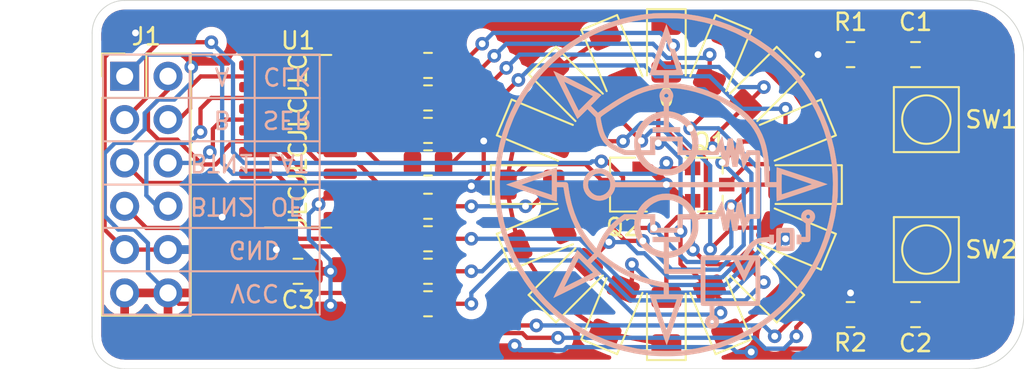
<source format=kicad_pcb>
(kicad_pcb (version 20171130) (host pcbnew 5.1.9-73d0e3b20d~88~ubuntu20.04.1)
  (layers (0 F.Cu signal) (31 B.Cu signal) (34 B.Paste user) (35 F.Paste user) (36 B.SilkS user) (37 F.SilkS user) (38 B.Mask user) (39 F.Mask user) (44 Edge.Cuts user))
  (net 0 "")
  (net 1 VCC)
  (net 2 BTN1)
  (net 3 BTN2)
  (net 4 GND)
  (net 5 "Net-(D1-Pad1)")
  (net 6 "Net-(D1-Pad2)")
  (net 7 "Net-(D10-Pad2)")
  (net 8 "Net-(D11-Pad2)")
  (net 9 "Net-(D12-Pad2)")
  (net 10 "Net-(D13-Pad2)")
  (net 11 "Net-(D14-Pad2)")
  (net 12 "Net-(D15-Pad2)")
  (net 13 "Net-(D16-Pad2)")
  (net 14 "Net-(D10-Pad1)")
  (net 15 A)
  (net 16 CLK)
  (net 17 B)
  (net 18 SER)
  (net 19 LAT)
  (net 20 OE)
  (net 21 LED1)
  (net 22 LED2)
  (net 23 LED3)
  (net 24 LED4)
  (net 25 LED5)
  (net 26 LED6)
  (net 27 LED7)
  (net 28 LED8)
  (net 29 "Net-(U1-Pad9)")
  (module silkscreen:sigil (layer B.Cu) (at 101.6 67.31 270)
    (fp_text reference G*** hide)
    (fp_text value LOGO hide)
  )
  (module Capacitor_SMD:C_0805_2012Metric (layer F.Cu) (at 116.205 59.69 180)
    (fp_text reference C1 (at 0 1.905) (layer F.SilkS))
    (fp_text value 100n)
    (pad 1 smd roundrect (at -0.95 0 180) (size 1 1.45) (layers F.Cu F.Paste F.Mask) (net 1 VCC))
    (pad 2 smd roundrect (at 0.95 0 180) (size 1 1.45) (layers F.Cu F.Paste F.Mask) (net 2 BTN1))
  )
  (module Capacitor_SMD:C_0805_2012Metric (layer F.Cu) (at 116.205 74.93 180)
    (fp_text reference C2 (at 0 -1.68) (layer F.SilkS))
    (fp_text value 100n)
    (pad 2 smd roundrect (at 0.95 0 180) (size 1 1.45) (layers F.Cu F.Paste F.Mask) (net 3 BTN2))
    (pad 1 smd roundrect (at -0.95 0 180) (size 1 1.45) (layers F.Cu F.Paste F.Mask) (net 1 VCC))
  )
  (module Capacitor_SMD:C_0805_2012Metric (layer F.Cu) (at 80.01 72.39 180)
    (fp_text reference C3 (at 0 -1.68) (layer F.SilkS))
    (fp_text value 100n)
    (pad 1 smd roundrect (at -0.95 0 180) (size 1 1.45) (layers F.Cu F.Paste F.Mask) (net 1 VCC))
    (pad 2 smd roundrect (at 0.95 0 180) (size 1 1.45) (layers F.Cu F.Paste F.Mask) (net 4 GND))
  )
  (module LED_SMD:LED_1206_3216Metric (layer F.Cu) (at 101.6 59.31 270)
    (fp_text reference D1 hide)
    (fp_text value LED)
    (pad 1 smd roundrect (at -1.4 0 270) (size 1.25 1.75) (layers F.Cu F.Paste F.Mask) (roundrect_rratio 0.2) (net 5 "Net-(D1-Pad1)"))
    (pad 2 smd roundrect (at 1.4 0 270) (size 1.25 1.75) (layers F.Cu F.Paste F.Mask) (roundrect_rratio 0.2) (net 6 "Net-(D1-Pad2)"))
  )
  (module LED_SMD:LED_1206_3216Metric (layer F.Cu) (at 104.661467 59.918964 247.5)
    (fp_text reference D2 hide)
    (fp_text value LED)
    (pad 2 smd roundrect (at 1.4 0 247.5) (size 1.25 1.75) (layers F.Cu F.Paste F.Mask) (roundrect_rratio 0.2) (net 7 "Net-(D10-Pad2)"))
    (pad 1 smd roundrect (at -1.4 0 247.5) (size 1.25 1.75) (layers F.Cu F.Paste F.Mask) (roundrect_rratio 0.2) (net 5 "Net-(D1-Pad1)"))
  )
  (module LED_SMD:LED_1206_3216Metric (layer F.Cu) (at 107.256854 61.653146 225)
    (fp_text reference D3 hide)
    (fp_text value LED)
    (pad 1 smd roundrect (at -1.4 0 225) (size 1.25 1.75) (layers F.Cu F.Paste F.Mask) (roundrect_rratio 0.2) (net 5 "Net-(D1-Pad1)"))
    (pad 2 smd roundrect (at 1.4 0 225) (size 1.25 1.75) (layers F.Cu F.Paste F.Mask) (roundrect_rratio 0.2) (net 8 "Net-(D11-Pad2)"))
  )
  (module LED_SMD:LED_1206_3216Metric (layer F.Cu) (at 108.991036 64.248533 202.5)
    (fp_text reference D4 hide)
    (fp_text value LED)
    (pad 2 smd roundrect (at 1.4 0 202.5) (size 1.25 1.75) (layers F.Cu F.Paste F.Mask) (roundrect_rratio 0.2) (net 9 "Net-(D12-Pad2)"))
    (pad 1 smd roundrect (at -1.4 0 202.5) (size 1.25 1.75) (layers F.Cu F.Paste F.Mask) (roundrect_rratio 0.2) (net 5 "Net-(D1-Pad1)"))
  )
  (module LED_SMD:LED_1206_3216Metric (layer F.Cu) (at 109.6 67.31 180)
    (fp_text reference D5 hide)
    (fp_text value LED)
    (pad 1 smd roundrect (at -1.4 0 180) (size 1.25 1.75) (layers F.Cu F.Paste F.Mask) (roundrect_rratio 0.2) (net 5 "Net-(D1-Pad1)"))
    (pad 2 smd roundrect (at 1.4 0 180) (size 1.25 1.75) (layers F.Cu F.Paste F.Mask) (roundrect_rratio 0.2) (net 10 "Net-(D13-Pad2)"))
  )
  (module LED_SMD:LED_1206_3216Metric (layer F.Cu) (at 108.991036 70.371467 157.5)
    (fp_text reference D6 hide)
    (fp_text value LED)
    (pad 2 smd roundrect (at 1.4 0 157.5) (size 1.25 1.75) (layers F.Cu F.Paste F.Mask) (roundrect_rratio 0.2) (net 11 "Net-(D14-Pad2)"))
    (pad 1 smd roundrect (at -1.4 0 157.5) (size 1.25 1.75) (layers F.Cu F.Paste F.Mask) (roundrect_rratio 0.2) (net 5 "Net-(D1-Pad1)"))
  )
  (module LED_SMD:LED_1206_3216Metric (layer F.Cu) (at 107.256854 72.966854 135)
    (fp_text reference D7 hide)
    (fp_text value LED)
    (pad 1 smd roundrect (at -1.4 0 135) (size 1.25 1.75) (layers F.Cu F.Paste F.Mask) (roundrect_rratio 0.2) (net 5 "Net-(D1-Pad1)"))
    (pad 2 smd roundrect (at 1.4 0 135) (size 1.25 1.75) (layers F.Cu F.Paste F.Mask) (roundrect_rratio 0.2) (net 12 "Net-(D15-Pad2)"))
  )
  (module LED_SMD:LED_1206_3216Metric (layer F.Cu) (at 104.661467 74.701036 112.5)
    (fp_text reference D8 hide)
    (fp_text value LED)
    (pad 2 smd roundrect (at 1.4 0 112.5) (size 1.25 1.75) (layers F.Cu F.Paste F.Mask) (roundrect_rratio 0.2) (net 13 "Net-(D16-Pad2)"))
    (pad 1 smd roundrect (at -1.4 0 112.5) (size 1.25 1.75) (layers F.Cu F.Paste F.Mask) (roundrect_rratio 0.2) (net 5 "Net-(D1-Pad1)"))
  )
  (module LED_SMD:LED_1206_3216Metric (layer F.Cu) (at 101.6 75.31 90)
    (fp_text reference D9 hide)
    (fp_text value LED)
    (pad 1 smd roundrect (at -1.4 0 90) (size 1.25 1.75) (layers F.Cu F.Paste F.Mask) (roundrect_rratio 0.2) (net 14 "Net-(D10-Pad1)"))
    (pad 2 smd roundrect (at 1.4 0 90) (size 1.25 1.75) (layers F.Cu F.Paste F.Mask) (roundrect_rratio 0.2) (net 6 "Net-(D1-Pad2)"))
  )
  (module LED_SMD:LED_1206_3216Metric (layer F.Cu) (at 98.538533 74.701036 67.5)
    (fp_text reference D10 hide)
    (fp_text value LED)
    (pad 2 smd roundrect (at 1.4 0 67.5) (size 1.25 1.75) (layers F.Cu F.Paste F.Mask) (roundrect_rratio 0.2) (net 7 "Net-(D10-Pad2)"))
    (pad 1 smd roundrect (at -1.4 0 67.5) (size 1.25 1.75) (layers F.Cu F.Paste F.Mask) (roundrect_rratio 0.2) (net 14 "Net-(D10-Pad1)"))
  )
  (module LED_SMD:LED_1206_3216Metric (layer F.Cu) (at 95.943146 72.966854 45)
    (fp_text reference D11 hide)
    (fp_text value LED)
    (pad 1 smd roundrect (at -1.4 0 45) (size 1.25 1.75) (layers F.Cu F.Paste F.Mask) (roundrect_rratio 0.2) (net 14 "Net-(D10-Pad1)"))
    (pad 2 smd roundrect (at 1.4 0 45) (size 1.25 1.75) (layers F.Cu F.Paste F.Mask) (roundrect_rratio 0.2) (net 8 "Net-(D11-Pad2)"))
  )
  (module LED_SMD:LED_1206_3216Metric (layer F.Cu) (at 94.208964 70.371467 22.5)
    (fp_text reference D12 hide)
    (fp_text value LED)
    (pad 2 smd roundrect (at 1.4 0 22.5) (size 1.25 1.75) (layers F.Cu F.Paste F.Mask) (roundrect_rratio 0.2) (net 9 "Net-(D12-Pad2)"))
    (pad 1 smd roundrect (at -1.4 0 22.5) (size 1.25 1.75) (layers F.Cu F.Paste F.Mask) (roundrect_rratio 0.2) (net 14 "Net-(D10-Pad1)"))
  )
  (module LED_SMD:LED_1206_3216Metric (layer F.Cu) (at 93.6 67.31)
    (fp_text reference D13 hide)
    (fp_text value LED)
    (pad 1 smd roundrect (at -1.4 0) (size 1.25 1.75) (layers F.Cu F.Paste F.Mask) (roundrect_rratio 0.2) (net 14 "Net-(D10-Pad1)"))
    (pad 2 smd roundrect (at 1.4 0) (size 1.25 1.75) (layers F.Cu F.Paste F.Mask) (roundrect_rratio 0.2) (net 10 "Net-(D13-Pad2)"))
  )
  (module LED_SMD:LED_1206_3216Metric (layer F.Cu) (at 94.208964 64.248533 337.5)
    (fp_text reference D14 hide)
    (fp_text value LED)
    (pad 2 smd roundrect (at 1.4 0 337.5) (size 1.25 1.75) (layers F.Cu F.Paste F.Mask) (roundrect_rratio 0.2) (net 11 "Net-(D14-Pad2)"))
    (pad 1 smd roundrect (at -1.4 0 337.5) (size 1.25 1.75) (layers F.Cu F.Paste F.Mask) (roundrect_rratio 0.2) (net 14 "Net-(D10-Pad1)"))
  )
  (module LED_SMD:LED_1206_3216Metric (layer F.Cu) (at 95.943146 61.653146 315)
    (fp_text reference D15 hide)
    (fp_text value LED)
    (pad 1 smd roundrect (at -1.4 0 315) (size 1.25 1.75) (layers F.Cu F.Paste F.Mask) (roundrect_rratio 0.2) (net 14 "Net-(D10-Pad1)"))
    (pad 2 smd roundrect (at 1.4 0 315) (size 1.25 1.75) (layers F.Cu F.Paste F.Mask) (roundrect_rratio 0.2) (net 12 "Net-(D15-Pad2)"))
  )
  (module LED_SMD:LED_1206_3216Metric (layer F.Cu) (at 98.538533 59.918964 292.5)
    (fp_text reference D16 hide)
    (fp_text value LED)
    (pad 2 smd roundrect (at 1.4 0 292.5) (size 1.25 1.75) (layers F.Cu F.Paste F.Mask) (roundrect_rratio 0.2) (net 13 "Net-(D16-Pad2)"))
    (pad 1 smd roundrect (at -1.4 0 292.5) (size 1.25 1.75) (layers F.Cu F.Paste F.Mask) (roundrect_rratio 0.2) (net 14 "Net-(D10-Pad1)"))
  )
  (module Connector_PinHeader_2.54mm:PinHeader_2x06_P2.54mm_Vertical (layer F.Cu) (at 69.85 60.96)
    (fp_text reference J1 (at 1.27 -2.33) (layer F.SilkS))
    (fp_text value Conn_02x06_Odd_Even)
    (pad 1 thru_hole rect (at 0 0) (size 1.7 1.7) (drill 1) (layers *.Cu *.Mask) (net 15 A))
    (pad 2 thru_hole oval (at 2.54 0) (size 1.7 1.7) (drill 1) (layers *.Cu *.Mask) (net 16 CLK))
    (pad 3 thru_hole oval (at 0 2.54) (size 1.7 1.7) (drill 1) (layers *.Cu *.Mask) (net 17 B))
    (pad 4 thru_hole oval (at 2.54 2.54) (size 1.7 1.7) (drill 1) (layers *.Cu *.Mask) (net 18 SER))
    (pad 5 thru_hole oval (at 0 5.08) (size 1.7 1.7) (drill 1) (layers *.Cu *.Mask) (net 2 BTN1))
    (pad 6 thru_hole oval (at 2.54 5.08) (size 1.7 1.7) (drill 1) (layers *.Cu *.Mask) (net 19 LAT))
    (pad 7 thru_hole oval (at 0 7.62) (size 1.7 1.7) (drill 1) (layers *.Cu *.Mask) (net 3 BTN2))
    (pad 8 thru_hole oval (at 2.54 7.62) (size 1.7 1.7) (drill 1) (layers *.Cu *.Mask) (net 20 OE))
    (pad 9 thru_hole oval (at 0 10.16) (size 1.7 1.7) (drill 1) (layers *.Cu *.Mask) (net 4 GND))
    (pad 10 thru_hole oval (at 2.54 10.16) (size 1.7 1.7) (drill 1) (layers *.Cu *.Mask) (net 4 GND))
    (pad 11 thru_hole oval (at 0 12.7) (size 1.7 1.7) (drill 1) (layers *.Cu *.Mask) (net 1 VCC))
    (pad 12 thru_hole oval (at 2.54 12.7) (size 1.7 1.7) (drill 1) (layers *.Cu *.Mask) (net 1 VCC))
  )
  (module Package_TO_SOT_SMD:SOT-23 (layer F.Cu) (at 104.14 67.31)
    (fp_text reference Q1 (at 0 -2.5) (layer F.SilkS))
    (fp_text value 2N7002)
    (pad 1 smd rect (at -1 -0.95) (size 0.9 0.8) (layers F.Cu F.Paste F.Mask) (net 15 A))
    (pad 2 smd rect (at -1 0.95) (size 0.9 0.8) (layers F.Cu F.Paste F.Mask) (net 4 GND))
    (pad 3 smd rect (at 1 0) (size 0.9 0.8) (layers F.Cu F.Paste F.Mask) (net 5 "Net-(D1-Pad1)"))
  )
  (module Package_TO_SOT_SMD:SOT-23 (layer F.Cu) (at 99.06 67.31 180)
    (fp_text reference Q2 (at 0 -2.5) (layer F.SilkS))
    (fp_text value 2N7002)
    (pad 3 smd rect (at 1 0 180) (size 0.9 0.8) (layers F.Cu F.Paste F.Mask) (net 14 "Net-(D10-Pad1)"))
    (pad 2 smd rect (at -1 0.95 180) (size 0.9 0.8) (layers F.Cu F.Paste F.Mask) (net 4 GND))
    (pad 1 smd rect (at -1 -0.95 180) (size 0.9 0.8) (layers F.Cu F.Paste F.Mask) (net 17 B))
  )
  (module Resistor_SMD:R_0805_2012Metric (layer F.Cu) (at 112.395 59.69 180)
    (fp_text reference R1 (at 0 1.905) (layer F.SilkS))
    (fp_text value 10k)
    (pad 1 smd roundrect (at -0.9125 0 180) (size 1.025 1.4) (layers F.Cu F.Paste F.Mask) (roundrect_rratio 0.2439004878048781) (net 2 BTN1))
    (pad 2 smd roundrect (at 0.9125 0 180) (size 1.025 1.4) (layers F.Cu F.Paste F.Mask) (roundrect_rratio 0.2439004878048781) (net 4 GND))
  )
  (module Resistor_SMD:R_0805_2012Metric (layer F.Cu) (at 112.395 74.93 180)
    (fp_text reference R2 (at 0 -1.65) (layer F.SilkS))
    (fp_text value 10k)
    (pad 2 smd roundrect (at 0.9125 0 180) (size 1.025 1.4) (layers F.Cu F.Paste F.Mask) (roundrect_rratio 0.2439004878048781) (net 4 GND))
    (pad 1 smd roundrect (at -0.9125 0 180) (size 1.025 1.4) (layers F.Cu F.Paste F.Mask) (roundrect_rratio 0.2439004878048781) (net 3 BTN2))
  )
  (module Resistor_SMD:R_0805_2012Metric (layer F.Cu) (at 87.63 60.325 180)
    (fp_text reference R3 hide)
    (fp_text value 1k)
    (pad 1 smd roundrect (at -0.9125 0 180) (size 1.025 1.4) (layers F.Cu F.Paste F.Mask) (roundrect_rratio 0.2439004878048781) (net 6 "Net-(D1-Pad2)"))
    (pad 2 smd roundrect (at 0.9125 0 180) (size 1.025 1.4) (layers F.Cu F.Paste F.Mask) (roundrect_rratio 0.2439004878048781) (net 21 LED1))
  )
  (module Resistor_SMD:R_0805_2012Metric (layer F.Cu) (at 87.63 62.23 180)
    (fp_text reference R4 hide)
    (fp_text value 1k)
    (pad 1 smd roundrect (at -0.9125 0 180) (size 1.025 1.4) (layers F.Cu F.Paste F.Mask) (roundrect_rratio 0.2439004878048781) (net 7 "Net-(D10-Pad2)"))
    (pad 2 smd roundrect (at 0.9125 0 180) (size 1.025 1.4) (layers F.Cu F.Paste F.Mask) (roundrect_rratio 0.2439004878048781) (net 22 LED2))
  )
  (module Resistor_SMD:R_0805_2012Metric (layer F.Cu) (at 87.63 64.135 180)
    (fp_text reference R5 hide)
    (fp_text value 1k)
    (pad 2 smd roundrect (at 0.9125 0 180) (size 1.025 1.4) (layers F.Cu F.Paste F.Mask) (roundrect_rratio 0.2439004878048781) (net 23 LED3))
    (pad 1 smd roundrect (at -0.9125 0 180) (size 1.025 1.4) (layers F.Cu F.Paste F.Mask) (roundrect_rratio 0.2439004878048781) (net 8 "Net-(D11-Pad2)"))
  )
  (module Resistor_SMD:R_0805_2012Metric (layer F.Cu) (at 87.63 66.04 180)
    (fp_text reference R6 hide)
    (fp_text value 1k)
    (pad 2 smd roundrect (at 0.9125 0 180) (size 1.025 1.4) (layers F.Cu F.Paste F.Mask) (roundrect_rratio 0.2439004878048781) (net 24 LED4))
    (pad 1 smd roundrect (at -0.9125 0 180) (size 1.025 1.4) (layers F.Cu F.Paste F.Mask) (roundrect_rratio 0.2439004878048781) (net 9 "Net-(D12-Pad2)"))
  )
  (module Resistor_SMD:R_0805_2012Metric (layer F.Cu) (at 87.63 68.58 180)
    (fp_text reference R7 hide)
    (fp_text value 1k)
    (pad 1 smd roundrect (at -0.9125 0 180) (size 1.025 1.4) (layers F.Cu F.Paste F.Mask) (roundrect_rratio 0.2439004878048781) (net 10 "Net-(D13-Pad2)"))
    (pad 2 smd roundrect (at 0.9125 0 180) (size 1.025 1.4) (layers F.Cu F.Paste F.Mask) (roundrect_rratio 0.2439004878048781) (net 25 LED5))
  )
  (module Resistor_SMD:R_0805_2012Metric (layer F.Cu) (at 87.63 70.485 180)
    (fp_text reference R8 hide)
    (fp_text value 1k)
    (pad 2 smd roundrect (at 0.9125 0 180) (size 1.025 1.4) (layers F.Cu F.Paste F.Mask) (roundrect_rratio 0.2439004878048781) (net 26 LED6))
    (pad 1 smd roundrect (at -0.9125 0 180) (size 1.025 1.4) (layers F.Cu F.Paste F.Mask) (roundrect_rratio 0.2439004878048781) (net 11 "Net-(D14-Pad2)"))
  )
  (module Resistor_SMD:R_0805_2012Metric (layer F.Cu) (at 87.63 72.39 180)
    (fp_text reference R9 hide)
    (fp_text value 1k)
    (pad 2 smd roundrect (at 0.9125 0 180) (size 1.025 1.4) (layers F.Cu F.Paste F.Mask) (roundrect_rratio 0.2439004878048781) (net 27 LED7))
    (pad 1 smd roundrect (at -0.9125 0 180) (size 1.025 1.4) (layers F.Cu F.Paste F.Mask) (roundrect_rratio 0.2439004878048781) (net 12 "Net-(D15-Pad2)"))
  )
  (module Resistor_SMD:R_0805_2012Metric (layer F.Cu) (at 87.63 74.295 180)
    (fp_text reference R10 hide)
    (fp_text value 1k)
    (pad 1 smd roundrect (at -0.9125 0 180) (size 1.025 1.4) (layers F.Cu F.Paste F.Mask) (roundrect_rratio 0.2439004878048781) (net 13 "Net-(D16-Pad2)"))
    (pad 2 smd roundrect (at 0.9125 0 180) (size 1.025 1.4) (layers F.Cu F.Paste F.Mask) (roundrect_rratio 0.2439004878048781) (net 28 LED8))
  )
  (module switch:SW (layer F.Cu) (at 116.84 63.5)
    (fp_text reference SW1 (at 3.81 0) (layer F.SilkS))
    (fp_text value SW_Push)
    (pad 2 smd roundrect (at 3 1.5) (size 2 1) (layers F.Cu F.Paste F.Mask) (net 1 VCC))
    (pad 1 smd roundrect (at 3 -1.5) (size 2 1) (layers F.Cu F.Paste F.Mask) (net 2 BTN1))
    (pad 2 smd roundrect (at -3 1.5) (size 2 1) (layers F.Cu F.Paste F.Mask) (net 1 VCC))
    (pad 1 smd roundrect (at -3 -1.5) (size 2 1) (layers F.Cu F.Paste F.Mask) (net 2 BTN1))
  )
  (module switch:SW (layer F.Cu) (at 116.84 71.12 180)
    (fp_text reference SW2 (at -3.81 0) (layer F.SilkS))
    (fp_text value SW_Push)
    (pad 1 smd roundrect (at -3 -1.5 180) (size 2 1) (layers F.Cu F.Paste F.Mask) (net 3 BTN2))
    (pad 2 smd roundrect (at -3 1.5 180) (size 2 1) (layers F.Cu F.Paste F.Mask) (net 1 VCC))
    (pad 1 smd roundrect (at 3 -1.5 180) (size 2 1) (layers F.Cu F.Paste F.Mask) (net 3 BTN2))
    (pad 2 smd roundrect (at 3 1.5 180) (size 2 1) (layers F.Cu F.Paste F.Mask) (net 1 VCC))
  )
  (module Package_SO:SOIC-16_3.9x9.9mm_P1.27mm (layer F.Cu) (at 80.01 64.77)
    (fp_text reference U1 (at 0 -5.9) (layer F.SilkS))
    (fp_text value 74HC595)
    (pad 1 smd roundrect (at -2.475 -4.445) (size 1.95 0.6) (layers F.Cu F.Paste F.Mask) (net 22 LED2))
    (pad 2 smd roundrect (at -2.475 -3.175) (size 1.95 0.6) (layers F.Cu F.Paste F.Mask) (net 23 LED3))
    (pad 3 smd roundrect (at -2.475 -1.905) (size 1.95 0.6) (layers F.Cu F.Paste F.Mask) (net 24 LED4))
    (pad 4 smd roundrect (at -2.475 -0.635) (size 1.95 0.6) (layers F.Cu F.Paste F.Mask) (net 25 LED5))
    (pad 5 smd roundrect (at -2.475 0.635) (size 1.95 0.6) (layers F.Cu F.Paste F.Mask) (net 26 LED6))
    (pad 6 smd roundrect (at -2.475 1.905) (size 1.95 0.6) (layers F.Cu F.Paste F.Mask) (net 27 LED7))
    (pad 7 smd roundrect (at -2.475 3.175) (size 1.95 0.6) (layers F.Cu F.Paste F.Mask) (net 28 LED8))
    (pad 8 smd roundrect (at -2.475 4.445) (size 1.95 0.6) (layers F.Cu F.Paste F.Mask) (net 4 GND))
    (pad 9 smd roundrect (at 2.475 4.445) (size 1.95 0.6) (layers F.Cu F.Paste F.Mask) (net 29 "Net-(U1-Pad9)"))
    (pad 10 smd roundrect (at 2.475 3.175) (size 1.95 0.6) (layers F.Cu F.Paste F.Mask) (net 1 VCC))
    (pad 11 smd roundrect (at 2.475 1.905) (size 1.95 0.6) (layers F.Cu F.Paste F.Mask) (net 16 CLK))
    (pad 12 smd roundrect (at 2.475 0.635) (size 1.95 0.6) (layers F.Cu F.Paste F.Mask) (net 19 LAT))
    (pad 13 smd roundrect (at 2.475 -0.635) (size 1.95 0.6) (layers F.Cu F.Paste F.Mask) (net 20 OE))
    (pad 14 smd roundrect (at 2.475 -1.905) (size 1.95 0.6) (layers F.Cu F.Paste F.Mask) (net 18 SER))
    (pad 15 smd roundrect (at 2.475 -3.175) (size 1.95 0.6) (layers F.Cu F.Paste F.Mask) (net 21 LED1))
    (pad 16 smd roundrect (at 2.475 -4.445) (size 1.95 0.6) (layers F.Cu F.Paste F.Mask) (net 1 VCC))
  )
  (gr_text B (at 75.565 63.5 180) (layer B.SilkS) (effects (font (size 1 1)) (justify mirror)))
  (gr_text A (at 75.565 60.96 180) (layer B.SilkS) (effects (font (size 1 1)) (justify mirror)))
  (gr_text BTN2 (at 75.565 68.58 180) (layer B.SilkS) (effects (font (size 1 1)) (justify mirror)))
  (gr_text BTN1 (at 75.565 66.04 180) (layer B.SilkS) (effects (font (size 1 1)) (justify mirror)))
  (gr_text CLK (at 79.375 60.96 180) (layer B.SilkS) (effects (font (size 1 1)) (justify mirror)))
  (gr_text SER (at 79.375 63.5 180) (layer B.SilkS) (effects (font (size 1 1)) (justify mirror)))
  (gr_text LAT (at 79.375 66.04 180) (layer B.SilkS) (effects (font (size 1 1)) (justify mirror)))
  (gr_text OE (at 79.375 68.58 180) (layer B.SilkS) (effects (font (size 1 1)) (justify mirror)))
  (gr_text GND (at 77.47 71.12 180) (layer B.SilkS) (effects (font (size 1 1)) (justify mirror)))
  (gr_text VCC (at 77.47 73.66 180) (layer B.SilkS) (effects (font (size 1 1)) (justify mirror)))
  (gr_line (start 68.58 72.39) (end 81.28 72.39) (layer B.SilkS) (width 0.12))
  (gr_line (start 68.58 69.85) (end 81.28 69.85) (layer B.SilkS) (width 0.12))
  (gr_line (start 68.58 67.31) (end 81.28 67.31) (layer B.SilkS) (width 0.12))
  (gr_line (start 68.58 64.77) (end 81.28 64.77) (layer B.SilkS) (width 0.12))
  (gr_line (start 68.58 62.23) (end 81.28 62.23) (layer B.SilkS) (width 0.12))
  (gr_line (start 77.47 59.69) (end 77.47 69.85) (layer B.SilkS) (width 0.12))
  (gr_line (start 73.66 59.69) (end 73.66 74.93) (layer B.SilkS) (width 0.12))
  (gr_line (start 68.58 74.93) (end 68.58 59.69) (layer B.SilkS) (width 0.12))
  (gr_line (start 81.28 74.93) (end 68.58 74.93) (layer B.SilkS) (width 0.12))
  (gr_line (start 81.28 59.69) (end 81.28 74.93) (layer B.SilkS) (width 0.12))
  (gr_line (start 68.58 59.69) (end 81.28 59.69) (layer B.SilkS) (width 0.12))
  (gr_text JLCJLCJLCJLC (at 80.01 64.77 90) (layer F.SilkS) (effects (font (size 1 1))))
  (gr_text 0 (at 101.6 62.23) (layer F.SilkS) (effects (font (size 1 1))))
  (gr_line (start 67.945 76.2) (end 67.945 58.42) (layer Edge.Cuts) (width 0.05))
  (gr_line (start 119.38 78.105) (end 69.85 78.105) (layer Edge.Cuts) (width 0.05))
  (gr_line (start 122.555 59.69) (end 122.555 74.93) (layer Edge.Cuts) (width 0.05))
  (gr_line (start 69.85 56.515) (end 119.38 56.515) (layer Edge.Cuts) (width 0.05))
  (gr_arc (start 119.38 74.93) (end 119.38 78.105) (angle -90) (layer Edge.Cuts) (width 0.05))
  (gr_arc (start 119.38 59.69) (end 122.555 59.69) (angle -90) (layer Edge.Cuts) (width 0.05))
  (gr_arc (start 69.85 76.2) (end 67.945 76.2) (angle -90) (layer Edge.Cuts) (width 0.05))
  (gr_arc (start 69.85 58.42) (end 69.85 56.515) (angle -90) (layer Edge.Cuts) (width 0.05))
  (via (at 81.217808 68.459419) (size 0.8) (drill 0.4) (layers F.Cu B.Cu) (net 1))
  (segment (start 81.732227 67.945) (end 81.217808 68.459419) (width 0.25) (layer F.Cu) (net 1))
  (segment (start 82.485 67.945) (end 81.732227 67.945) (width 0.25) (layer F.Cu) (net 1))
  (via (at 81.915 72.39) (size 0.8) (drill 0.4) (layers F.Cu B.Cu) (net 1))
  (segment (start 81.915 72.39) (end 80.96 72.39) (width 0.25) (layer F.Cu) (net 1))
  (segment (start 69.85 73.66) (end 72.39 73.66) (width 0.25) (layer F.Cu) (net 1))
  (segment (start 121.16501 63.67499) (end 119.84 65) (width 0.25) (layer F.Cu) (net 1))
  (segment (start 121.16501 61.51182) (end 121.16501 63.67499) (width 0.25) (layer F.Cu) (net 1))
  (segment (start 119.34319 59.69) (end 121.16501 61.51182) (width 0.25) (layer F.Cu) (net 1))
  (segment (start 117.155 59.69) (end 119.34319 59.69) (width 0.25) (layer F.Cu) (net 1))
  (segment (start 119.84 65) (end 113.84 65) (width 0.25) (layer F.Cu) (net 1))
  (segment (start 119.84 65) (end 119.84 69.62) (width 0.25) (layer F.Cu) (net 1))
  (segment (start 119.84 69.62) (end 113.84 69.62) (width 0.25) (layer F.Cu) (net 1))
  (segment (start 121.16501 70.94501) (end 119.84 69.62) (width 0.25) (layer F.Cu) (net 1))
  (segment (start 119.34319 74.93) (end 121.16501 73.10818) (width 0.25) (layer F.Cu) (net 1))
  (segment (start 121.16501 73.10818) (end 121.16501 70.94501) (width 0.25) (layer F.Cu) (net 1))
  (segment (start 117.155 74.93) (end 119.34319 74.93) (width 0.25) (layer F.Cu) (net 1))
  (segment (start 117.155 74.93) (end 115.159999 76.925001) (width 0.25) (layer F.Cu) (net 1))
  (via (at 106.574847 77.120153) (size 0.8) (drill 0.4) (layers F.Cu B.Cu) (net 1))
  (segment (start 106.769999 76.925001) (end 106.574847 77.120153) (width 0.25) (layer F.Cu) (net 1))
  (segment (start 115.159999 76.925001) (end 106.769999 76.925001) (width 0.25) (layer F.Cu) (net 1))
  (segment (start 106.574847 77.120153) (end 105.695153 77.120153) (width 0.25) (layer B.Cu) (net 1))
  (segment (start 105.695153 77.120153) (end 105.41 76.835) (width 0.25) (layer B.Cu) (net 1))
  (segment (start 105.41 76.835) (end 95.778002 76.835) (width 0.25) (layer B.Cu) (net 1))
  (segment (start 95.778002 76.835) (end 95.598001 77.015001) (width 0.25) (layer B.Cu) (net 1))
  (segment (start 95.598001 77.015001) (end 94.795001 77.015001) (width 0.25) (layer B.Cu) (net 1))
  (via (at 92.71 76.74001) (size 0.8) (drill 0.4) (layers F.Cu B.Cu) (net 1))
  (segment (start 92.984991 77.015001) (end 92.71 76.74001) (width 0.25) (layer B.Cu) (net 1))
  (segment (start 94.795001 77.015001) (end 92.984991 77.015001) (width 0.25) (layer B.Cu) (net 1))
  (segment (start 92.71 76.74001) (end 91.71499 76.74001) (width 0.25) (layer F.Cu) (net 1))
  (segment (start 91.44 76.46502) (end 84.72002 76.46502) (width 0.25) (layer F.Cu) (net 1))
  (segment (start 91.71499 76.74001) (end 91.44 76.46502) (width 0.25) (layer F.Cu) (net 1))
  (segment (start 84.72002 76.46502) (end 82.55 74.295) (width 0.25) (layer F.Cu) (net 1))
  (segment (start 73.025 74.295) (end 72.39 73.66) (width 0.25) (layer F.Cu) (net 1))
  (via (at 81.915 74.385) (size 0.8) (drill 0.4) (layers F.Cu B.Cu) (net 1))
  (segment (start 82.55 74.295) (end 81.915 74.295) (width 0.25) (layer F.Cu) (net 1))
  (segment (start 81.915 74.295) (end 81.915 74.385) (width 0.25) (layer F.Cu) (net 1))
  (segment (start 81.915 74.295) (end 73.025 74.295) (width 0.25) (layer F.Cu) (net 1))
  (segment (start 81.915 74.385) (end 81.915 72.39) (width 0.25) (layer B.Cu) (net 1))
  (via (at 73.752885 60.415) (size 0.8) (drill 0.4) (layers F.Cu B.Cu) (net 1))
  (segment (start 74.467895 59.69999) (end 73.752885 60.415) (width 0.25) (layer F.Cu) (net 1))
  (segment (start 71.214999 70.745997) (end 71.214999 72.484999) (width 0.25) (layer B.Cu) (net 1))
  (segment (start 70.414001 69.944999) (end 71.214999 70.745997) (width 0.25) (layer B.Cu) (net 1))
  (segment (start 69.475997 69.944999) (end 70.414001 69.944999) (width 0.25) (layer B.Cu) (net 1))
  (segment (start 68.674999 69.144001) (end 69.475997 69.944999) (width 0.25) (layer B.Cu) (net 1))
  (segment (start 68.674999 65.475999) (end 68.674999 69.144001) (width 0.25) (layer B.Cu) (net 1))
  (segment (start 69.285999 64.864999) (end 68.674999 65.475999) (width 0.25) (layer B.Cu) (net 1))
  (segment (start 70.224003 64.864999) (end 69.285999 64.864999) (width 0.25) (layer B.Cu) (net 1))
  (segment (start 71.025001 64.064001) (end 70.224003 64.864999) (width 0.25) (layer B.Cu) (net 1))
  (segment (start 71.025001 63.125997) (end 71.025001 64.064001) (width 0.25) (layer B.Cu) (net 1))
  (segment (start 71.825999 62.324999) (end 71.025001 63.125997) (width 0.25) (layer B.Cu) (net 1))
  (segment (start 72.764003 62.324999) (end 71.825999 62.324999) (width 0.25) (layer B.Cu) (net 1))
  (segment (start 71.214999 72.484999) (end 72.39 73.66) (width 0.25) (layer B.Cu) (net 1))
  (segment (start 73.752885 61.336117) (end 72.764003 62.324999) (width 0.25) (layer B.Cu) (net 1))
  (segment (start 73.752885 60.415) (end 73.752885 61.336117) (width 0.25) (layer B.Cu) (net 1))
  (segment (start 80.645 70.485) (end 80.645 69.032227) (width 0.25) (layer B.Cu) (net 1))
  (segment (start 81.915 71.755) (end 80.645 70.485) (width 0.25) (layer B.Cu) (net 1))
  (segment (start 80.645 69.032227) (end 81.217808 68.459419) (width 0.25) (layer B.Cu) (net 1))
  (segment (start 81.915 72.39) (end 81.915 71.755) (width 0.25) (layer B.Cu) (net 1))
  (segment (start 113.3075 59.69) (end 115.255 59.69) (width 0.25) (layer F.Cu) (net 2))
  (segment (start 113.3075 61.4675) (end 113.84 62) (width 0.25) (layer F.Cu) (net 2))
  (segment (start 113.3075 59.69) (end 113.3075 61.4675) (width 0.25) (layer F.Cu) (net 2))
  (segment (start 113.84 62) (end 119.84 62) (width 0.25) (layer F.Cu) (net 2))
  (segment (start 112.51499 63.32501) (end 112.51499 70.36501) (width 0.25) (layer F.Cu) (net 2))
  (segment (start 113.84 62) (end 112.51499 63.32501) (width 0.25) (layer F.Cu) (net 2))
  (segment (start 112.51499 70.36501) (end 109.855 73.025) (width 0.25) (layer F.Cu) (net 2))
  (segment (start 109.855 73.025) (end 109.855 74.295) (width 0.25) (layer F.Cu) (net 2))
  (via (at 107.95 76.2) (size 0.8) (drill 0.4) (layers F.Cu B.Cu) (net 2))
  (segment (start 109.855 74.295) (end 107.95 76.2) (width 0.25) (layer F.Cu) (net 2))
  (segment (start 107.95 76.2) (end 107.315 75.565) (width 0.25) (layer B.Cu) (net 2))
  (via (at 93.98 75.565) (size 0.8) (drill 0.4) (layers F.Cu B.Cu) (net 2))
  (segment (start 107.315 75.565) (end 93.98 75.565) (width 0.25) (layer B.Cu) (net 2))
  (segment (start 78.83501 68.848262) (end 78.556758 68.57001) (width 0.25) (layer F.Cu) (net 2))
  (segment (start 78.83501 69.94642) (end 78.83501 68.848262) (width 0.25) (layer F.Cu) (net 2))
  (segment (start 76.513242 68.57001) (end 75.158233 67.215001) (width 0.25) (layer F.Cu) (net 2))
  (segment (start 83.00001 70.93501) (end 79.823599 70.935009) (width 0.25) (layer F.Cu) (net 2))
  (segment (start 78.556758 68.57001) (end 76.513242 68.57001) (width 0.25) (layer F.Cu) (net 2))
  (segment (start 83.82 71.755) (end 83.00001 70.93501) (width 0.25) (layer F.Cu) (net 2))
  (segment (start 71.025001 67.215001) (end 69.85 66.04) (width 0.25) (layer F.Cu) (net 2))
  (segment (start 83.82 73.025) (end 83.82 71.755) (width 0.25) (layer F.Cu) (net 2))
  (segment (start 86.36 75.565) (end 83.82 73.025) (width 0.25) (layer F.Cu) (net 2))
  (segment (start 75.158233 67.215001) (end 71.025001 67.215001) (width 0.25) (layer F.Cu) (net 2))
  (segment (start 79.823599 70.935009) (end 78.83501 69.94642) (width 0.25) (layer F.Cu) (net 2))
  (segment (start 93.98 75.565) (end 86.36 75.565) (width 0.25) (layer F.Cu) (net 2))
  (segment (start 113.3075 74.93) (end 115.255 74.93) (width 0.25) (layer F.Cu) (net 3))
  (segment (start 113.3075 73.1525) (end 113.84 72.62) (width 0.25) (layer F.Cu) (net 3))
  (segment (start 113.3075 74.93) (end 113.3075 73.1525) (width 0.25) (layer F.Cu) (net 3))
  (segment (start 113.84 72.62) (end 119.84 72.62) (width 0.25) (layer F.Cu) (net 3))
  (via (at 109.22 76.2) (size 0.8) (drill 0.4) (layers F.Cu B.Cu) (net 3))
  (segment (start 109.22 75.66681) (end 109.22 76.2) (width 0.25) (layer F.Cu) (net 3))
  (segment (start 112.26681 72.62) (end 109.22 75.66681) (width 0.25) (layer F.Cu) (net 3))
  (segment (start 113.84 72.62) (end 112.26681 72.62) (width 0.25) (layer F.Cu) (net 3))
  (segment (start 108.494999 76.925001) (end 107.405001 76.925001) (width 0.25) (layer B.Cu) (net 3))
  (segment (start 109.22 76.2) (end 108.494999 76.925001) (width 0.25) (layer B.Cu) (net 3))
  (via (at 95.25 76.29) (size 0.8) (drill 0.4) (layers F.Cu B.Cu) (net 3))
  (segment (start 106.77 76.29) (end 95.25 76.29) (width 0.25) (layer B.Cu) (net 3))
  (segment (start 107.405001 76.925001) (end 106.77 76.29) (width 0.25) (layer B.Cu) (net 3))
  (segment (start 71.12 69.85) (end 69.85 68.58) (width 0.25) (layer F.Cu) (net 3))
  (segment (start 74.93 69.85) (end 71.12 69.85) (width 0.25) (layer F.Cu) (net 3))
  (segment (start 78.73859 73.66) (end 76.835 71.75641) (width 0.25) (layer F.Cu) (net 3))
  (segment (start 83.185 73.66) (end 78.73859 73.66) (width 0.25) (layer F.Cu) (net 3))
  (segment (start 85.54001 76.01501) (end 83.185 73.66) (width 0.25) (layer F.Cu) (net 3))
  (segment (start 93.16001 76.01501) (end 85.54001 76.01501) (width 0.25) (layer F.Cu) (net 3))
  (segment (start 76.835 71.755) (end 74.93 69.85) (width 0.25) (layer F.Cu) (net 3))
  (segment (start 76.835 71.75641) (end 76.835 71.755) (width 0.25) (layer F.Cu) (net 3))
  (segment (start 93.435 76.29) (end 93.16001 76.01501) (width 0.25) (layer F.Cu) (net 3))
  (segment (start 95.25 76.29) (end 93.435 76.29) (width 0.25) (layer F.Cu) (net 3))
  (segment (start 100.65 66.36) (end 100.06 66.36) (width 0.5) (layer F.Cu) (net 4))
  (segment (start 103.14 68.26) (end 102.55 68.26) (width 0.5) (layer F.Cu) (net 4))
  (via (at 101.6 67.31) (size 0.8) (drill 0.4) (layers F.Cu B.Cu) (net 4))
  (segment (start 102.55 68.26) (end 101.6 67.31) (width 0.5) (layer F.Cu) (net 4))
  (segment (start 101.6 67.31) (end 100.65 66.36) (width 0.5) (layer F.Cu) (net 4))
  (segment (start 76.2 67.31) (end 75.565 67.945) (width 0.5) (layer B.Cu) (net 4))
  (segment (start 75.565 70.485) (end 74.93 71.12) (width 0.5) (layer B.Cu) (net 4))
  (segment (start 74.93 71.12) (end 72.39 71.12) (width 0.5) (layer B.Cu) (net 4))
  (segment (start 79.06 72.39) (end 78.105 72.39) (width 0.25) (layer F.Cu) (net 4))
  (segment (start 77.535 71.82) (end 77.535 69.215) (width 0.25) (layer F.Cu) (net 4))
  (segment (start 78.105 72.39) (end 77.535 71.82) (width 0.25) (layer F.Cu) (net 4))
  (via (at 78.74 71.12) (size 0.8) (drill 0.4) (layers F.Cu B.Cu) (net 4))
  (segment (start 79.06 71.44) (end 78.74 71.12) (width 0.25) (layer F.Cu) (net 4))
  (segment (start 79.06 72.39) (end 79.06 71.44) (width 0.25) (layer F.Cu) (net 4))
  (via (at 90.17 67.4) (size 0.8) (drill 0.4) (layers F.Cu B.Cu) (net 4))
  (segment (start 90.17 67.31) (end 90.17 67.4) (width 0.25) (layer B.Cu) (net 4))
  (segment (start 101.6 67.31) (end 90.17 67.31) (width 0.5) (layer B.Cu) (net 4))
  (segment (start 90.17 67.31) (end 76.2 67.31) (width 0.5) (layer B.Cu) (net 4))
  (via (at 90.895 64.753079) (size 0.8) (drill 0.4) (layers F.Cu B.Cu) (net 4))
  (segment (start 90.895 66.675) (end 90.895 64.753079) (width 0.25) (layer F.Cu) (net 4))
  (segment (start 90.17 67.4) (end 90.895 66.675) (width 0.25) (layer F.Cu) (net 4))
  (via (at 110.49 59.69) (size 0.8) (drill 0.4) (layers F.Cu B.Cu) (net 4))
  (segment (start 111.4825 59.69) (end 110.49 59.69) (width 0.25) (layer F.Cu) (net 4))
  (segment (start 72.39 71.12) (end 69.85 71.12) (width 0.25) (layer F.Cu) (net 4))
  (via (at 70.485 58.42) (size 0.8) (drill 0.4) (layers F.Cu B.Cu) (net 4))
  (segment (start 70.104998 58.42) (end 70.485 58.42) (width 0.25) (layer F.Cu) (net 4))
  (segment (start 68.674999 59.849999) (end 70.104998 58.42) (width 0.25) (layer F.Cu) (net 4))
  (segment (start 68.674999 69.944999) (end 68.674999 59.849999) (width 0.25) (layer F.Cu) (net 4))
  (segment (start 69.85 71.12) (end 68.674999 69.944999) (width 0.25) (layer F.Cu) (net 4))
  (via (at 75.565 69.215) (size 0.8) (drill 0.4) (layers F.Cu B.Cu) (net 4))
  (segment (start 75.565 69.215) (end 75.565 70.485) (width 0.5) (layer B.Cu) (net 4))
  (segment (start 77.535 69.215) (end 75.565 69.215) (width 0.25) (layer F.Cu) (net 4))
  (segment (start 75.565 67.945) (end 75.565 69.215) (width 0.5) (layer B.Cu) (net 4))
  (via (at 112.395 73.66) (size 0.8) (drill 0.4) (layers F.Cu B.Cu) (net 4))
  (segment (start 111.4825 74.5725) (end 112.395 73.66) (width 0.25) (layer F.Cu) (net 4))
  (segment (start 111.4825 74.93) (end 111.4825 74.5725) (width 0.25) (layer F.Cu) (net 4))
  (segment (start 109.79999 66.10999) (end 111 67.31) (width 0.25) (layer F.Cu) (net 5))
  (segment (start 106.34001 66.10999) (end 109.79999 66.10999) (width 0.25) (layer F.Cu) (net 5))
  (segment (start 105.14 67.31) (end 106.34001 66.10999) (width 0.25) (layer F.Cu) (net 5))
  (segment (start 101.6 57.91) (end 105.197224 58.625533) (width 0.25) (layer F.Cu) (net 5))
  (segment (start 105.197224 58.625533) (end 108.246803 60.663197) (width 0.25) (layer F.Cu) (net 5))
  (segment (start 108.246803 60.663197) (end 110.284467 63.712776) (width 0.25) (layer F.Cu) (net 5))
  (segment (start 110.284467 63.712776) (end 111 67.31) (width 0.25) (layer F.Cu) (net 5))
  (segment (start 111 67.31) (end 110.284467 70.907224) (width 0.25) (layer F.Cu) (net 5))
  (segment (start 110.284467 70.907224) (end 108.246803 73.956803) (width 0.25) (layer F.Cu) (net 5))
  (segment (start 108.246803 73.956803) (end 105.197224 75.994467) (width 0.25) (layer F.Cu) (net 5))
  (segment (start 101.6 60.71) (end 101.6 64.135) (width 0.25) (layer F.Cu) (net 6))
  (segment (start 101.6 64.135) (end 102.87 65.405) (width 0.25) (layer F.Cu) (net 6))
  (segment (start 102.87 65.405) (end 103.505 65.405) (width 0.25) (layer F.Cu) (net 6))
  (segment (start 103.915001 65.815001) (end 103.915001 68.804999) (width 0.25) (layer F.Cu) (net 6))
  (segment (start 103.505 65.405) (end 103.915001 65.815001) (width 0.25) (layer F.Cu) (net 6))
  (segment (start 103.915001 68.804999) (end 103.505 69.215) (width 0.25) (layer F.Cu) (net 6))
  (segment (start 103.505 69.215) (end 102.235 69.215) (width 0.25) (layer F.Cu) (net 6))
  (segment (start 101.6 69.85) (end 101.6 73.91) (width 0.25) (layer F.Cu) (net 6))
  (segment (start 102.235 69.215) (end 101.6 69.85) (width 0.25) (layer F.Cu) (net 6))
  (via (at 90.805 59.055) (size 0.8) (drill 0.4) (layers F.Cu B.Cu) (net 6))
  (segment (start 89.535 60.325) (end 90.805 59.055) (width 0.25) (layer F.Cu) (net 6))
  (segment (start 88.5425 60.325) (end 89.535 60.325) (width 0.25) (layer F.Cu) (net 6))
  (segment (start 90.805 59.055) (end 91.44 58.42) (width 0.25) (layer B.Cu) (net 6))
  (via (at 101.999221 59.159951) (size 0.8) (drill 0.4) (layers F.Cu B.Cu) (net 6))
  (segment (start 101.25927 58.42) (end 101.999221 59.159951) (width 0.25) (layer B.Cu) (net 6))
  (segment (start 91.44 58.42) (end 101.25927 58.42) (width 0.25) (layer B.Cu) (net 6))
  (segment (start 101.999221 60.310779) (end 101.6 60.71) (width 0.25) (layer F.Cu) (net 6))
  (segment (start 101.999221 59.159951) (end 101.999221 60.310779) (width 0.25) (layer F.Cu) (net 6))
  (via (at 102.994299 64.010701) (size 0.8) (drill 0.4) (layers F.Cu B.Cu) (net 7))
  (segment (start 104.12571 62.87929) (end 102.994299 64.010701) (width 0.25) (layer F.Cu) (net 7))
  (segment (start 104.12571 61.212395) (end 104.12571 62.87929) (width 0.25) (layer F.Cu) (net 7))
  (segment (start 102.994299 64.010701) (end 104.650701 64.010701) (width 0.25) (layer B.Cu) (net 7))
  (segment (start 107.03502 66.39502) (end 107.03502 71.222368) (width 0.25) (layer B.Cu) (net 7))
  (segment (start 104.650701 64.010701) (end 107.03502 66.39502) (width 0.25) (layer B.Cu) (net 7))
  (via (at 99.580616 71.980286) (size 0.8) (drill 0.4) (layers F.Cu B.Cu) (net 7))
  (segment (start 100.79536 73.19503) (end 99.580616 71.980286) (width 0.25) (layer B.Cu) (net 7))
  (segment (start 105.062356 73.19503) (end 100.79536 73.19503) (width 0.25) (layer B.Cu) (net 7))
  (segment (start 107.03502 71.222368) (end 105.062356 73.19503) (width 0.25) (layer B.Cu) (net 7))
  (segment (start 99.580616 72.901279) (end 99.07429 73.407605) (width 0.25) (layer F.Cu) (net 7))
  (segment (start 99.580616 71.980286) (end 99.580616 72.901279) (width 0.25) (layer F.Cu) (net 7))
  (via (at 91.512108 59.762108) (size 0.8) (drill 0.4) (layers F.Cu B.Cu) (net 7))
  (segment (start 89.044216 62.23) (end 91.512108 59.762108) (width 0.25) (layer F.Cu) (net 7))
  (segment (start 88.5425 62.23) (end 89.044216 62.23) (width 0.25) (layer F.Cu) (net 7))
  (segment (start 91.512108 59.762108) (end 92.219216 59.055) (width 0.25) (layer B.Cu) (net 7))
  (segment (start 92.219216 59.055) (end 100.821268 59.055) (width 0.25) (layer B.Cu) (net 7))
  (via (at 104.14 59.69) (size 0.8) (drill 0.4) (layers F.Cu B.Cu) (net 7))
  (segment (start 103.945048 59.884952) (end 104.14 59.69) (width 0.25) (layer B.Cu) (net 7))
  (segment (start 101.65122 59.884952) (end 103.945048 59.884952) (width 0.25) (layer B.Cu) (net 7))
  (segment (start 100.821268 59.055) (end 101.65122 59.884952) (width 0.25) (layer B.Cu) (net 7))
  (segment (start 104.14 61.198105) (end 104.12571 61.212395) (width 0.25) (layer F.Cu) (net 7))
  (segment (start 104.14 59.69) (end 104.14 61.198105) (width 0.25) (layer F.Cu) (net 7))
  (via (at 104.297908 65.172603) (size 0.8) (drill 0.4) (layers F.Cu B.Cu) (net 8))
  (segment (start 104.297908 64.612092) (end 104.297908 65.172603) (width 0.25) (layer F.Cu) (net 8))
  (segment (start 106.266905 62.643095) (end 104.297908 64.612092) (width 0.25) (layer F.Cu) (net 8))
  (segment (start 104.875957 72.745021) (end 101.72349 72.74502) (width 0.25) (layer B.Cu) (net 8))
  (segment (start 106.58501 71.035968) (end 104.875957 72.745021) (width 0.25) (layer B.Cu) (net 8))
  (segment (start 106.58501 66.660468) (end 106.58501 71.035968) (width 0.25) (layer B.Cu) (net 8))
  (segment (start 105.097145 65.172603) (end 106.58501 66.660468) (width 0.25) (layer B.Cu) (net 8))
  (segment (start 104.297908 65.172603) (end 105.097145 65.172603) (width 0.25) (layer B.Cu) (net 8))
  (segment (start 100.312307 71.333837) (end 99.908837 71.333837) (width 0.25) (layer B.Cu) (net 8))
  (segment (start 101.72349 72.74502) (end 100.312307 71.333837) (width 0.25) (layer B.Cu) (net 8))
  (via (at 98.229847 70.680153) (size 0.8) (drill 0.4) (layers F.Cu B.Cu) (net 8))
  (segment (start 99.255153 70.680153) (end 98.229847 70.680153) (width 0.25) (layer B.Cu) (net 8))
  (segment (start 99.908837 71.333837) (end 99.255153 70.680153) (width 0.25) (layer B.Cu) (net 8))
  (segment (start 98.229847 70.680153) (end 96.933095 71.976905) (width 0.25) (layer F.Cu) (net 8))
  (via (at 92.219216 60.469216) (size 0.8) (drill 0.4) (layers F.Cu B.Cu) (net 8))
  (segment (start 88.553432 64.135) (end 92.219216 60.469216) (width 0.25) (layer F.Cu) (net 8))
  (segment (start 88.5425 64.135) (end 88.553432 64.135) (width 0.25) (layer F.Cu) (net 8))
  (segment (start 92.219216 60.469216) (end 92.998432 59.69) (width 0.25) (layer B.Cu) (net 8))
  (segment (start 101.544859 60.415001) (end 104.684999 60.415001) (width 0.25) (layer B.Cu) (net 8))
  (segment (start 100.819858 59.69) (end 101.544859 60.415001) (width 0.25) (layer B.Cu) (net 8))
  (segment (start 92.998432 59.69) (end 100.819858 59.69) (width 0.25) (layer B.Cu) (net 8))
  (via (at 107.315 61.595) (size 0.8) (drill 0.4) (layers F.Cu B.Cu) (net 8))
  (segment (start 105.864998 61.595) (end 107.315 61.595) (width 0.25) (layer B.Cu) (net 8))
  (segment (start 104.684999 60.415001) (end 105.864998 61.595) (width 0.25) (layer B.Cu) (net 8))
  (segment (start 107.315 61.595) (end 106.266905 62.643095) (width 0.25) (layer F.Cu) (net 8))
  (via (at 104.866106 66.014566) (size 0.8) (drill 0.4) (layers F.Cu B.Cu) (net 9))
  (segment (start 106.096382 64.78429) (end 104.866106 66.014566) (width 0.25) (layer F.Cu) (net 9))
  (segment (start 107.697605 64.78429) (end 106.096382 64.78429) (width 0.25) (layer F.Cu) (net 9))
  (via (at 100.223716 70.608836) (size 0.8) (drill 0.4) (layers F.Cu B.Cu) (net 9))
  (segment (start 101.909891 72.295011) (end 100.223716 70.608836) (width 0.25) (layer B.Cu) (net 9))
  (segment (start 104.689557 72.295011) (end 101.909891 72.295011) (width 0.25) (layer B.Cu) (net 9))
  (segment (start 106.135001 70.849567) (end 104.689557 72.295011) (width 0.25) (layer B.Cu) (net 9))
  (segment (start 106.135001 67.283461) (end 106.135001 70.849567) (width 0.25) (layer B.Cu) (net 9))
  (segment (start 104.866106 66.014566) (end 106.135001 67.283461) (width 0.25) (layer B.Cu) (net 9))
  (segment (start 96.123105 69.215) (end 95.502395 69.83571) (width 0.25) (layer F.Cu) (net 9))
  (segment (start 97.79 69.215) (end 96.123105 69.215) (width 0.25) (layer F.Cu) (net 9))
  (segment (start 99.183836 70.608836) (end 97.79 69.215) (width 0.25) (layer F.Cu) (net 9))
  (segment (start 100.223716 70.608836) (end 99.183836 70.608836) (width 0.25) (layer F.Cu) (net 9))
  (segment (start 89.055 66.04) (end 90.17 64.925) (width 0.25) (layer F.Cu) (net 9))
  (segment (start 88.5425 66.04) (end 89.055 66.04) (width 0.25) (layer F.Cu) (net 9))
  (via (at 92.926324 61.176324) (size 0.8) (drill 0.4) (layers F.Cu B.Cu) (net 9))
  (segment (start 90.17 63.932648) (end 92.926324 61.176324) (width 0.25) (layer F.Cu) (net 9))
  (segment (start 90.17 64.925) (end 90.17 63.932648) (width 0.25) (layer F.Cu) (net 9))
  (segment (start 92.926324 61.176324) (end 93.777648 60.325) (width 0.25) (layer B.Cu) (net 9))
  (segment (start 93.777648 60.325) (end 100.33 60.325) (width 0.25) (layer B.Cu) (net 9))
  (segment (start 100.33 60.325) (end 100.965 60.96) (width 0.25) (layer B.Cu) (net 9))
  (segment (start 100.965 60.96) (end 104.14 60.96) (width 0.25) (layer B.Cu) (net 9))
  (via (at 108.585 62.865) (size 0.8) (drill 0.4) (layers F.Cu B.Cu) (net 9))
  (segment (start 106.045 62.865) (end 108.585 62.865) (width 0.25) (layer B.Cu) (net 9))
  (segment (start 104.14 60.96) (end 106.045 62.865) (width 0.25) (layer B.Cu) (net 9))
  (segment (start 108.585 63.896895) (end 107.697605 64.78429) (width 0.25) (layer F.Cu) (net 9))
  (segment (start 108.585 62.865) (end 108.585 63.896895) (width 0.25) (layer F.Cu) (net 9))
  (via (at 105.41 68.58) (size 0.8) (drill 0.4) (layers F.Cu B.Cu) (net 10))
  (segment (start 106.68 67.31) (end 105.41 68.58) (width 0.25) (layer F.Cu) (net 10))
  (segment (start 108.2 67.31) (end 106.68 67.31) (width 0.25) (layer F.Cu) (net 10))
  (via (at 100.875 69.85) (size 0.8) (drill 0.4) (layers F.Cu B.Cu) (net 10))
  (segment (start 100.875 69.912849) (end 100.875 69.85) (width 0.25) (layer B.Cu) (net 10))
  (segment (start 102.807152 71.845001) (end 100.875 69.912849) (width 0.25) (layer B.Cu) (net 10))
  (segment (start 104.503157 71.845001) (end 102.807152 71.845001) (width 0.25) (layer B.Cu) (net 10))
  (segment (start 105.41 70.938158) (end 104.503157 71.845001) (width 0.25) (layer B.Cu) (net 10))
  (segment (start 105.41 68.58) (end 105.41 70.938158) (width 0.25) (layer B.Cu) (net 10))
  (segment (start 100.875 69.85) (end 99.695 69.85) (width 0.25) (layer F.Cu) (net 10))
  (segment (start 99.695 69.85) (end 98.425 68.58) (width 0.25) (layer F.Cu) (net 10))
  (segment (start 98.425 68.58) (end 97.79 68.58) (width 0.25) (layer F.Cu) (net 10))
  (segment (start 96.52 67.31) (end 95 67.31) (width 0.25) (layer F.Cu) (net 10))
  (segment (start 97.79 68.58) (end 96.52 67.31) (width 0.25) (layer F.Cu) (net 10))
  (via (at 90.17 68.58) (size 0.8) (drill 0.4) (layers F.Cu B.Cu) (net 10))
  (segment (start 88.5425 68.58) (end 90.17 68.58) (width 0.25) (layer F.Cu) (net 10))
  (via (at 93.345 68.58) (size 0.8) (drill 0.4) (layers F.Cu B.Cu) (net 10))
  (segment (start 90.17 68.58) (end 93.345 68.58) (width 0.25) (layer B.Cu) (net 10))
  (segment (start 93.73 68.58) (end 95 67.31) (width 0.25) (layer F.Cu) (net 10))
  (segment (start 93.345 68.58) (end 93.73 68.58) (width 0.25) (layer F.Cu) (net 10))
  (segment (start 105.439446 69.83571) (end 104.167807 71.107349) (width 0.25) (layer F.Cu) (net 11))
  (via (at 104.167807 71.107349) (size 0.8) (drill 0.4) (layers F.Cu B.Cu) (net 11))
  (segment (start 107.697605 69.83571) (end 105.439446 69.83571) (width 0.25) (layer F.Cu) (net 11))
  (via (at 99.06 64.77) (size 0.8) (drill 0.4) (layers F.Cu B.Cu) (net 11))
  (segment (start 100.129366 63.700634) (end 99.06 64.77) (width 0.25) (layer B.Cu) (net 11))
  (segment (start 101.658927 63.700634) (end 100.129366 63.700634) (width 0.25) (layer B.Cu) (net 11))
  (segment (start 104.167807 66.209514) (end 101.658927 63.700634) (width 0.25) (layer B.Cu) (net 11))
  (segment (start 104.167807 71.107349) (end 104.167807 66.209514) (width 0.25) (layer B.Cu) (net 11))
  (segment (start 95.516685 64.77) (end 95.502395 64.78429) (width 0.25) (layer F.Cu) (net 11))
  (segment (start 99.06 64.77) (end 95.516685 64.77) (width 0.25) (layer F.Cu) (net 11))
  (via (at 90.17 70.485) (size 0.8) (drill 0.4) (layers F.Cu B.Cu) (net 11))
  (segment (start 88.5425 70.485) (end 90.17 70.485) (width 0.25) (layer F.Cu) (net 11))
  (segment (start 90.17 70.485) (end 96.52 70.485) (width 0.25) (layer B.Cu) (net 11))
  (via (at 108.585 70.485) (size 0.8) (drill 0.4) (layers F.Cu B.Cu) (net 11))
  (segment (start 105.42496 73.64504) (end 108.585 70.485) (width 0.25) (layer B.Cu) (net 11))
  (segment (start 99.68004 73.64504) (end 105.42496 73.64504) (width 0.25) (layer B.Cu) (net 11))
  (segment (start 96.52 70.485) (end 99.68004 73.64504) (width 0.25) (layer B.Cu) (net 11))
  (segment (start 108.346895 70.485) (end 107.697605 69.83571) (width 0.25) (layer F.Cu) (net 11))
  (segment (start 108.585 70.485) (end 108.346895 70.485) (width 0.25) (layer F.Cu) (net 11))
  (via (at 103.155153 71.12) (size 0.8) (drill 0.4) (layers F.Cu B.Cu) (net 12))
  (segment (start 104.012058 71.976905) (end 103.155153 71.12) (width 0.25) (layer F.Cu) (net 12))
  (segment (start 106.266905 71.976905) (end 104.012058 71.976905) (width 0.25) (layer F.Cu) (net 12))
  (via (at 100.133248 64.743839) (size 0.8) (drill 0.4) (layers F.Cu B.Cu) (net 12))
  (segment (start 100.726443 64.150644) (end 100.133248 64.743839) (width 0.25) (layer B.Cu) (net 12))
  (segment (start 101.472527 64.150644) (end 100.726443 64.150644) (width 0.25) (layer B.Cu) (net 12))
  (segment (start 103.155153 65.83327) (end 101.472527 64.150644) (width 0.25) (layer B.Cu) (net 12))
  (segment (start 103.155153 71.12) (end 103.155153 65.83327) (width 0.25) (layer B.Cu) (net 12))
  (segment (start 98.032504 62.643095) (end 96.933095 62.643095) (width 0.25) (layer F.Cu) (net 12))
  (segment (start 100.133248 64.743839) (end 98.032504 62.643095) (width 0.25) (layer F.Cu) (net 12))
  (via (at 90.17 72.39) (size 0.8) (drill 0.4) (layers F.Cu B.Cu) (net 12))
  (segment (start 88.5425 72.39) (end 90.17 72.39) (width 0.25) (layer F.Cu) (net 12))
  (segment (start 90.17 72.39) (end 90.805 72.39) (width 0.25) (layer B.Cu) (net 12))
  (segment (start 92.075 71.12) (end 96.51859 71.12) (width 0.25) (layer B.Cu) (net 12))
  (segment (start 90.805 72.39) (end 92.075 71.12) (width 0.25) (layer B.Cu) (net 12))
  (segment (start 106.24495 74.09505) (end 107.315 73.025) (width 0.25) (layer B.Cu) (net 12))
  (via (at 107.315 73.025) (size 0.8) (drill 0.4) (layers F.Cu B.Cu) (net 12))
  (segment (start 99.49364 74.09505) (end 106.24495 74.09505) (width 0.25) (layer B.Cu) (net 12))
  (segment (start 96.51859 71.12) (end 99.49364 74.09505) (width 0.25) (layer B.Cu) (net 12))
  (segment (start 107.315 73.025) (end 106.266905 71.976905) (width 0.25) (layer F.Cu) (net 12))
  (segment (start 104.12571 73.407605) (end 103.108105 72.39) (width 0.25) (layer F.Cu) (net 13))
  (segment (start 103.108105 72.39) (end 102.87 72.39) (width 0.25) (layer F.Cu) (net 13))
  (via (at 102.430153 70.045153) (size 0.8) (drill 0.4) (layers F.Cu B.Cu) (net 13))
  (segment (start 102.430153 71.950153) (end 102.430153 70.045153) (width 0.25) (layer F.Cu) (net 13))
  (segment (start 102.87 72.39) (end 102.430153 71.950153) (width 0.25) (layer F.Cu) (net 13))
  (via (at 101.124526 64.875645) (size 0.8) (drill 0.4) (layers F.Cu B.Cu) (net 13))
  (segment (start 101.508647 64.875645) (end 101.124526 64.875645) (width 0.25) (layer B.Cu) (net 13))
  (segment (start 102.430153 65.797151) (end 101.508647 64.875645) (width 0.25) (layer B.Cu) (net 13))
  (segment (start 102.430153 70.045153) (end 102.430153 65.797151) (width 0.25) (layer B.Cu) (net 13))
  (segment (start 101.124526 64.875645) (end 101.124526 63.024526) (width 0.25) (layer F.Cu) (net 13))
  (segment (start 99.312395 61.212395) (end 99.07429 61.212395) (width 0.25) (layer F.Cu) (net 13))
  (segment (start 101.124526 63.024526) (end 99.312395 61.212395) (width 0.25) (layer F.Cu) (net 13))
  (via (at 90.17 74.295) (size 0.8) (drill 0.4) (layers F.Cu B.Cu) (net 13))
  (segment (start 88.5425 74.295) (end 90.17 74.295) (width 0.25) (layer F.Cu) (net 13))
  (segment (start 90.17 74.295) (end 90.17 73.66141) (width 0.25) (layer B.Cu) (net 13))
  (segment (start 92.07641 71.755) (end 96.51718 71.755) (width 0.25) (layer B.Cu) (net 13))
  (segment (start 90.17 73.66141) (end 92.07641 71.755) (width 0.25) (layer B.Cu) (net 13))
  (segment (start 96.51718 71.755) (end 99.69218 74.93) (width 0.25) (layer B.Cu) (net 13))
  (via (at 104.775 74.82005) (size 0.8) (drill 0.4) (layers F.Cu B.Cu) (net 13))
  (segment (start 104.66505 74.93) (end 104.775 74.82005) (width 0.25) (layer B.Cu) (net 13))
  (segment (start 99.69218 74.93) (end 104.66505 74.93) (width 0.25) (layer B.Cu) (net 13))
  (segment (start 104.775 74.056895) (end 104.12571 73.407605) (width 0.25) (layer F.Cu) (net 13))
  (segment (start 104.775 74.82005) (end 104.775 74.056895) (width 0.25) (layer F.Cu) (net 13))
  (segment (start 93.40001 66.10999) (end 92.2 67.31) (width 0.25) (layer F.Cu) (net 14))
  (segment (start 96.85999 66.10999) (end 93.40001 66.10999) (width 0.25) (layer F.Cu) (net 14))
  (segment (start 98.06 67.31) (end 96.85999 66.10999) (width 0.25) (layer F.Cu) (net 14))
  (segment (start 92.2 67.31) (end 92.915533 70.907224) (width 0.25) (layer F.Cu) (net 14))
  (segment (start 92.915533 70.907224) (end 94.953197 73.956803) (width 0.25) (layer F.Cu) (net 14))
  (segment (start 94.953197 73.956803) (end 98.002776 75.994467) (width 0.25) (layer F.Cu) (net 14))
  (segment (start 98.002776 75.994467) (end 101.6 76.71) (width 0.25) (layer F.Cu) (net 14))
  (segment (start 92.2 67.31) (end 92.915533 63.712776) (width 0.25) (layer F.Cu) (net 14))
  (segment (start 92.915533 63.712776) (end 94.953197 60.663197) (width 0.25) (layer F.Cu) (net 14))
  (segment (start 94.953197 60.663197) (end 98.002776 58.625533) (width 0.25) (layer F.Cu) (net 14))
  (via (at 101.6 66.04) (size 0.8) (drill 0.4) (layers F.Cu B.Cu) (net 15))
  (segment (start 101.92 66.36) (end 101.6 66.04) (width 0.25) (layer F.Cu) (net 15))
  (segment (start 103.14 66.36) (end 101.92 66.36) (width 0.25) (layer F.Cu) (net 15))
  (segment (start 71.12 59.69) (end 69.85 60.96) (width 0.25) (layer B.Cu) (net 15))
  (segment (start 74.93 59.69) (end 71.12 59.69) (width 0.25) (layer B.Cu) (net 15))
  (segment (start 75.565 60.325) (end 74.93 59.69) (width 0.25) (layer B.Cu) (net 15))
  (segment (start 75.565 66.04) (end 75.565 60.325) (width 0.25) (layer B.Cu) (net 15))
  (segment (start 76.2 66.675) (end 75.565 66.04) (width 0.25) (layer B.Cu) (net 15))
  (segment (start 100.965 66.675) (end 76.2 66.675) (width 0.25) (layer B.Cu) (net 15))
  (segment (start 101.6 66.04) (end 100.965 66.675) (width 0.25) (layer B.Cu) (net 15))
  (segment (start 80.451768 66.675) (end 78.546768 64.77) (width 0.25) (layer F.Cu) (net 16))
  (segment (start 82.485 66.675) (end 80.451768 66.675) (width 0.25) (layer F.Cu) (net 16))
  (segment (start 75.188001 66.130001) (end 74.385001 66.130001) (width 0.25) (layer F.Cu) (net 16))
  (segment (start 75.565001 65.753001) (end 75.188001 66.130001) (width 0.25) (layer F.Cu) (net 16))
  (segment (start 75.565001 65.404999) (end 75.565001 65.753001) (width 0.25) (layer F.Cu) (net 16))
  (segment (start 76.2 64.77) (end 75.565001 65.404999) (width 0.25) (layer F.Cu) (net 16))
  (segment (start 78.546768 64.77) (end 76.2 64.77) (width 0.25) (layer F.Cu) (net 16))
  (segment (start 72.39 61.760998) (end 72.39 60.96) (width 0.25) (layer F.Cu) (net 16))
  (segment (start 71.214999 62.935999) (end 72.39 61.760998) (width 0.25) (layer F.Cu) (net 16))
  (segment (start 71.214999 64.064001) (end 71.214999 62.935999) (width 0.25) (layer F.Cu) (net 16))
  (segment (start 71.825999 64.675001) (end 71.214999 64.064001) (width 0.25) (layer F.Cu) (net 16))
  (segment (start 72.930001 64.675001) (end 71.825999 64.675001) (width 0.25) (layer F.Cu) (net 16))
  (segment (start 74.385001 66.130001) (end 72.930001 64.675001) (width 0.25) (layer F.Cu) (net 16))
  (segment (start 100.06 68.26) (end 99.375 68.26) (width 0.25) (layer F.Cu) (net 17))
  (segment (start 99.375 68.26) (end 99.06 67.945) (width 0.25) (layer F.Cu) (net 17))
  (via (at 97.79 65.95) (size 0.8) (drill 0.4) (layers F.Cu B.Cu) (net 17))
  (segment (start 98.135002 65.95) (end 97.79 65.95) (width 0.25) (layer F.Cu) (net 17))
  (segment (start 99.06 66.874998) (end 98.135002 65.95) (width 0.25) (layer F.Cu) (net 17))
  (segment (start 99.06 67.945) (end 99.06 66.874998) (width 0.25) (layer F.Cu) (net 17))
  (segment (start 97.79 65.95) (end 97.245 65.95) (width 0.25) (layer B.Cu) (net 17))
  (segment (start 97.245 65.95) (end 97.155 66.04) (width 0.25) (layer B.Cu) (net 17))
  (segment (start 97.155 66.04) (end 76.835 66.04) (width 0.25) (layer B.Cu) (net 17))
  (segment (start 76.835 66.04) (end 76.2 65.405) (width 0.25) (layer B.Cu) (net 17))
  (segment (start 76.2 65.405) (end 76.2 60.325) (width 0.25) (layer B.Cu) (net 17))
  (via (at 74.93 58.965) (size 0.8) (drill 0.4) (layers F.Cu B.Cu) (net 17))
  (segment (start 76.2 60.235) (end 74.93 58.965) (width 0.25) (layer B.Cu) (net 17))
  (segment (start 76.2 60.325) (end 76.2 60.235) (width 0.25) (layer B.Cu) (net 17))
  (segment (start 74.93 58.965) (end 71.845 58.965) (width 0.25) (layer F.Cu) (net 17))
  (segment (start 71.845 58.965) (end 71.12 59.69) (width 0.25) (layer F.Cu) (net 17))
  (segment (start 71.12 59.69) (end 71.12 62.23) (width 0.25) (layer F.Cu) (net 17))
  (segment (start 71.12 62.23) (end 69.85 63.5) (width 0.25) (layer F.Cu) (net 17))
  (segment (start 82.485 62.865) (end 81.28 62.865) (width 0.25) (layer F.Cu) (net 18))
  (segment (start 79.38499 60.96999) (end 74.30499 60.96999) (width 0.25) (layer F.Cu) (net 18))
  (segment (start 81.28 62.865) (end 79.38499 60.96999) (width 0.25) (layer F.Cu) (net 18))
  (segment (start 74.30499 60.96999) (end 73.67998 61.595) (width 0.25) (layer F.Cu) (net 18))
  (segment (start 73.67998 61.595) (end 73.67998 62.84502) (width 0.25) (layer F.Cu) (net 18))
  (segment (start 73.025 63.5) (end 72.39 63.5) (width 0.25) (layer F.Cu) (net 18))
  (segment (start 73.67998 62.84502) (end 73.025 63.5) (width 0.25) (layer F.Cu) (net 18))
  (via (at 74.84 65.405) (size 0.8) (drill 0.4) (layers F.Cu B.Cu) (net 19))
  (segment (start 74.205 66.04) (end 72.39 66.04) (width 0.25) (layer B.Cu) (net 19))
  (segment (start 74.84 65.405) (end 74.205 66.04) (width 0.25) (layer B.Cu) (net 19))
  (segment (start 82.485 65.405) (end 81.27436 65.405) (width 0.25) (layer F.Cu) (net 19))
  (segment (start 81.27436 65.405) (end 79.36936 63.5) (width 0.25) (layer F.Cu) (net 19))
  (segment (start 75.565 63.5) (end 75.020001 64.044999) (width 0.25) (layer F.Cu) (net 19))
  (segment (start 79.36936 63.5) (end 75.565 63.5) (width 0.25) (layer F.Cu) (net 19))
  (segment (start 75.020001 65.224999) (end 74.84 65.405) (width 0.25) (layer F.Cu) (net 19))
  (segment (start 75.020001 64.044999) (end 75.020001 65.224999) (width 0.25) (layer F.Cu) (net 19))
  (via (at 74.295 64.225) (size 0.8) (drill 0.4) (layers F.Cu B.Cu) (net 20))
  (segment (start 71.825999 64.864999) (end 71.12 65.570998) (width 0.25) (layer B.Cu) (net 20))
  (segment (start 73.655001 64.864999) (end 71.825999 64.864999) (width 0.25) (layer B.Cu) (net 20))
  (segment (start 74.295 64.225) (end 73.655001 64.864999) (width 0.25) (layer B.Cu) (net 20))
  (segment (start 71.12 65.570998) (end 71.12 67.945) (width 0.25) (layer B.Cu) (net 20))
  (segment (start 71.755 68.58) (end 72.39 68.58) (width 0.25) (layer B.Cu) (net 20))
  (segment (start 71.12 67.945) (end 71.755 68.58) (width 0.25) (layer B.Cu) (net 20))
  (segment (start 82.485 64.135) (end 81.27718 64.135) (width 0.25) (layer F.Cu) (net 20))
  (segment (start 81.27718 64.135) (end 79.37218 62.23) (width 0.25) (layer F.Cu) (net 20))
  (segment (start 79.37218 62.23) (end 74.93 62.23) (width 0.25) (layer F.Cu) (net 20))
  (segment (start 74.295 62.865) (end 74.295 64.225) (width 0.25) (layer F.Cu) (net 20))
  (segment (start 74.93 62.23) (end 74.295 62.865) (width 0.25) (layer F.Cu) (net 20))
  (segment (start 85.4475 61.595) (end 86.7175 60.325) (width 0.25) (layer F.Cu) (net 21))
  (segment (start 82.485 61.595) (end 85.4475 61.595) (width 0.25) (layer F.Cu) (net 21))
  (segment (start 81.473232 62.23) (end 86.7175 62.23) (width 0.25) (layer F.Cu) (net 22))
  (segment (start 79.568232 60.325) (end 81.473232 62.23) (width 0.25) (layer F.Cu) (net 22))
  (segment (start 77.535 60.325) (end 79.568232 60.325) (width 0.25) (layer F.Cu) (net 22))
  (segment (start 79.37359 61.595) (end 81.27859 63.5) (width 0.25) (layer F.Cu) (net 23))
  (segment (start 77.535 61.595) (end 79.37359 61.595) (width 0.25) (layer F.Cu) (net 23))
  (segment (start 81.27859 63.5) (end 83.82 63.5) (width 0.25) (layer F.Cu) (net 23))
  (segment (start 83.82 63.5) (end 84.455 64.135) (width 0.25) (layer F.Cu) (net 23))
  (segment (start 84.455 64.135) (end 86.7175 64.135) (width 0.25) (layer F.Cu) (net 23))
  (segment (start 79.37077 62.865) (end 81.27577 64.77) (width 0.25) (layer F.Cu) (net 24))
  (segment (start 77.535 62.865) (end 79.37077 62.865) (width 0.25) (layer F.Cu) (net 24))
  (segment (start 84.766768 66.04) (end 86.7175 66.04) (width 0.25) (layer F.Cu) (net 24))
  (segment (start 83.496768 64.77) (end 84.766768 66.04) (width 0.25) (layer F.Cu) (net 24))
  (segment (start 81.27577 64.77) (end 83.496768 64.77) (width 0.25) (layer F.Cu) (net 24))
  (segment (start 79.36795 64.135) (end 81.27295 66.04) (width 0.25) (layer F.Cu) (net 25))
  (segment (start 77.535 64.135) (end 79.36795 64.135) (width 0.25) (layer F.Cu) (net 25))
  (segment (start 86.036768 68.58) (end 86.7175 68.58) (width 0.25) (layer F.Cu) (net 25))
  (segment (start 83.496768 66.04) (end 86.036768 68.58) (width 0.25) (layer F.Cu) (net 25))
  (segment (start 81.27295 66.04) (end 83.496768 66.04) (width 0.25) (layer F.Cu) (net 25))
  (segment (start 78.545358 65.405) (end 80.450358 67.31) (width 0.25) (layer F.Cu) (net 26))
  (segment (start 77.535 65.405) (end 78.545358 65.405) (width 0.25) (layer F.Cu) (net 26))
  (segment (start 83.496768 67.31) (end 85.725 69.538232) (width 0.25) (layer F.Cu) (net 26))
  (segment (start 80.450358 67.31) (end 83.496768 67.31) (width 0.25) (layer F.Cu) (net 26))
  (segment (start 85.725 69.538232) (end 85.725 69.85) (width 0.25) (layer F.Cu) (net 26))
  (segment (start 85.725 69.85) (end 86.36 70.485) (width 0.25) (layer F.Cu) (net 26))
  (segment (start 86.36 70.485) (end 86.7175 70.485) (width 0.25) (layer F.Cu) (net 26))
  (segment (start 77.535 66.675) (end 78.74 66.675) (width 0.25) (layer F.Cu) (net 27))
  (segment (start 78.74 66.675) (end 80.01 67.945) (width 0.25) (layer F.Cu) (net 27))
  (segment (start 80.01 67.945) (end 80.01 69.215) (width 0.25) (layer F.Cu) (net 27))
  (segment (start 80.01 69.215) (end 80.645 69.85) (width 0.25) (layer F.Cu) (net 27))
  (segment (start 80.645 69.85) (end 84.455 69.85) (width 0.25) (layer F.Cu) (net 27))
  (segment (start 84.455 69.85) (end 85.09 70.485) (width 0.25) (layer F.Cu) (net 27))
  (segment (start 85.09 70.485) (end 85.09 71.755) (width 0.25) (layer F.Cu) (net 27))
  (segment (start 85.09 71.755) (end 85.725 72.39) (width 0.25) (layer F.Cu) (net 27))
  (segment (start 85.725 72.39) (end 86.7175 72.39) (width 0.25) (layer F.Cu) (net 27))
  (segment (start 86.36 74.295) (end 86.7175 74.295) (width 0.25) (layer F.Cu) (net 28))
  (segment (start 83.82 70.485) (end 84.455 71.12) (width 0.25) (layer F.Cu) (net 28))
  (segment (start 84.455 72.39) (end 86.36 74.295) (width 0.25) (layer F.Cu) (net 28))
  (segment (start 80.01 70.485) (end 83.82 70.485) (width 0.25) (layer F.Cu) (net 28))
  (segment (start 79.375 68.58) (end 79.375 69.85) (width 0.25) (layer F.Cu) (net 28))
  (segment (start 79.375 69.85) (end 80.01 70.485) (width 0.25) (layer F.Cu) (net 28))
  (segment (start 78.74 67.945) (end 79.375 68.58) (width 0.25) (layer F.Cu) (net 28))
  (segment (start 84.455 71.12) (end 84.455 72.39) (width 0.25) (layer F.Cu) (net 28))
  (segment (start 77.535 67.945) (end 78.74 67.945) (width 0.25) (layer F.Cu) (net 28))
  (zone (net 1) (net_name VCC) (layer F.Cu) (connect_pads (clearance 0.508)) (min_thickness 0.254) (fill yes (arc_segments 32) (thermal_gap 0.508) (thermal_bridge_width 0.508))
    (polygon (pts (xy 122.555 78.105) (xy 67.945 78.105) (xy 67.945 56.515) (xy 122.555 56.515)))
  )
  (zone (net 4) (net_name GND) (layer B.Cu) (connect_pads (clearance 0.508)) (min_thickness 0.254) (fill yes (arc_segments 32) (thermal_gap 0.508) (thermal_bridge_width 0.508))
    (polygon (pts (xy 122.555 78.105) (xy 67.945 78.105) (xy 67.945 56.515) (xy 122.555 56.515)))
  )
)
</source>
